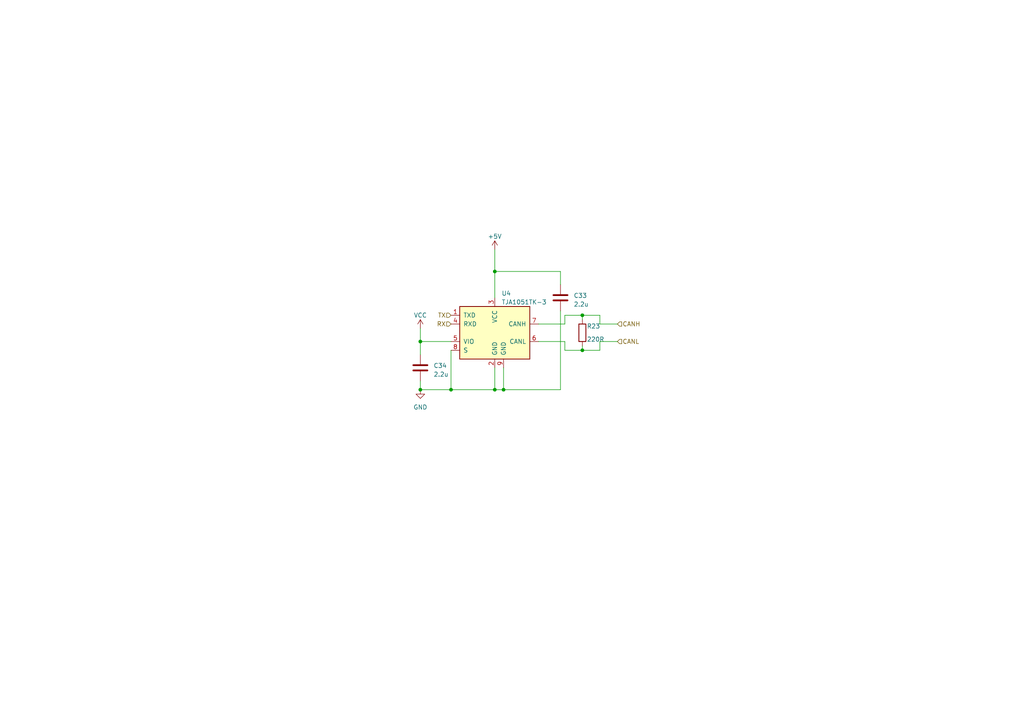
<source format=kicad_sch>
(kicad_sch (version 20230121) (generator eeschema)
  (paper "A4")
  (lib_symbols
    (symbol "Device:C" (pin_numbers hide) (pin_names (offset 0.254))
      (property "Reference" "C" (at 0.635 2.54 0))
      (property "Value" "C" (at 0.635 -2.54 0))
      (symbol "C_0_1"
        (polyline (pts (xy -2.032 -0.762) (xy 2.032 -0.762)) (stroke (width 0.508)))
        (polyline (pts (xy -2.032 0.762) (xy 2.032 0.762)) (stroke (width 0.508)))
      )
      (symbol "C_1_1"
        (pin passive line (at 0 3.81 270) (length 2.794) (name "~") (number "1"))
        (pin passive line (at 0 -3.81 90) (length 2.794) (name "~") (number "2"))
      )
    )
    (symbol "Device:R" (pin_numbers hide) (pin_names (offset 0))
      (property "Reference" "R" (at 2.032 0 90))
      (property "Value" "R" (at 0 0 90))
      (symbol "R_0_1"
        (rectangle (start -1.016 -2.54) (end 1.016 2.54) (stroke (width 0.254)))
      )
      (symbol "R_1_1"
        (pin passive line (at 0 3.81 270) (length 1.27) (name "~") (number "1"))
        (pin passive line (at 0 -3.81 90) (length 1.27) (name "~") (number "2"))
      )
    )
    (symbol "Interface_CAN_LIN:TJA1051TK-3" (pin_names (offset 1.016))
      (property "Reference" "U" (at -10.16 8.89 0))
      (property "Value" "TJA1051TK-3" (at 1.27 8.89 0))
      (symbol "TJA1051TK-3_0_1"
        (rectangle (start -10.16 7.62) (end 10.16 -7.62) (stroke (width 0.254)) (fill (type background)))
      )
      (symbol "TJA1051TK-3_1_1"
        (pin input line (at -12.7 5.08 0) (length 2.54) (name "TXD") (number "1"))
        (pin power_in line (at 0 -10.16 90) (length 2.54) (name "GND") (number "2"))
        (pin power_in line (at 0 10.16 270) (length 2.54) (name "VCC") (number "3"))
        (pin output line (at -12.7 2.54 0) (length 2.54) (name "RXD") (number "4"))
        (pin power_in line (at -12.7 -2.54 0) (length 2.54) (name "VIO") (number "5"))
        (pin bidirectional line (at 12.7 -2.54 180) (length 2.54) (name "CANL") (number "6"))
        (pin bidirectional line (at 12.7 2.54 180) (length 2.54) (name "CANH") (number "7"))
        (pin input line (at -12.7 -5.08 0) (length 2.54) (name "S") (number "8"))
        (pin power_in line (at 2.54 -10.16 90) (length 2.54) (name "GND") (number "9"))
      )
    )
    (symbol "power:+5V" (power) (pin_names (offset 0))
      (property "Value" "+5V" (at 0 3.556 0))
      (symbol "+5V_0_1"
        (polyline (pts (xy -0.762 1.27) (xy 0 2.54)))
        (polyline (pts (xy 0 0) (xy 0 2.54)))
        (polyline (pts (xy 0 2.54) (xy 0.762 1.27)))
      )
      (symbol "+5V_1_1"
        (pin power_in line (at 0 0 90) (length 0) hide (name "+5V") (number "1"))
      )
    )
    (symbol "power:GND" (power) (pin_names (offset 0))
      (property "Value" "GND" (at 0 -3.81 0))
      (symbol "GND_0_1"
        (polyline (pts (xy 0 0) (xy 0 -1.27) (xy 1.27 -1.27) (xy 0 -2.54) (xy -1.27 -1.27) (xy 0 -1.27)))
      )
      (symbol "GND_1_1"
        (pin power_in line (at 0 0 270) (length 0) hide (name "GND") (number "1"))
      )
    )
    (symbol "power:VCC" (power) (pin_names (offset 0))
      (property "Value" "VCC" (at 0 3.81 0))
      (symbol "VCC_0_1"
        (polyline (pts (xy -0.762 1.27) (xy 0 2.54)))
        (polyline (pts (xy 0 0) (xy 0 2.54)))
        (polyline (pts (xy 0 2.54) (xy 0.762 1.27)))
      )
      (symbol "VCC_1_1"
        (pin power_in line (at 0 0 90) (length 0) hide (name "VCC") (number "1"))
      )
    )
  )
  (junction (at 168.91 101.6))
  (junction (at 143.51 78.74))
  (junction (at 146.05 113.03))
  (junction (at 121.92 99.06))
  (junction (at 130.81 113.03))
  (junction (at 121.92 113.03))
  (junction (at 168.91 91.44))
  (junction (at 143.51 113.03))
  (wire (pts (xy 121.92 99.06) (xy 130.81 99.06)))
  (wire (pts (xy 168.91 91.44) (xy 173.99 91.44)))
  (wire (pts (xy 156.21 99.06) (xy 163.83 99.06)))
  (wire (pts (xy 163.83 93.98) (xy 163.83 91.44)))
  (wire (pts (xy 143.51 106.68) (xy 143.51 113.03)))
  (wire (pts (xy 168.91 91.44) (xy 168.91 92.71)))
  (wire (pts (xy 162.56 78.74) (xy 162.56 82.55)))
  (wire (pts (xy 162.56 113.03) (xy 146.05 113.03)))
  (wire (pts (xy 163.83 99.06) (xy 163.83 101.6)))
  (wire (pts (xy 163.83 91.44) (xy 168.91 91.44)))
  (wire (pts (xy 173.99 101.6) (xy 173.99 99.06)))
  (wire (pts (xy 121.92 102.87) (xy 121.92 99.06)))
  (wire (pts (xy 143.51 113.03) (xy 130.81 113.03)))
  (wire (pts (xy 121.92 113.03) (xy 130.81 113.03)))
  (wire (pts (xy 168.91 101.6) (xy 173.99 101.6)))
  (wire (pts (xy 121.92 95.25) (xy 121.92 99.06)))
  (wire (pts (xy 121.92 110.49) (xy 121.92 113.03)))
  (wire (pts (xy 173.99 99.06) (xy 179.07 99.06)))
  (wire (pts (xy 143.51 78.74) (xy 143.51 86.36)))
  (wire (pts (xy 168.91 101.6) (xy 168.91 100.33)))
  (wire (pts (xy 143.51 72.39) (xy 143.51 78.74)))
  (wire (pts (xy 163.83 101.6) (xy 168.91 101.6)))
  (wire (pts (xy 173.99 93.98) (xy 179.07 93.98)))
  (wire (pts (xy 173.99 91.44) (xy 173.99 93.98)))
  (wire (pts (xy 146.05 113.03) (xy 143.51 113.03)))
  (wire (pts (xy 130.81 101.6) (xy 130.81 113.03)))
  (wire (pts (xy 146.05 106.68) (xy 146.05 113.03)))
  (wire (pts (xy 143.51 78.74) (xy 162.56 78.74)))
  (wire (pts (xy 162.56 90.17) (xy 162.56 113.03)))
  (wire (pts (xy 156.21 93.98) (xy 163.83 93.98)))
  (hierarchical_label "CANH" (shape input) (at 179.07 93.98 0))
  (hierarchical_label "TX" (shape input) (at 130.81 91.44 180))
  (hierarchical_label "CANL" (shape input) (at 179.07 99.06 0))
  (hierarchical_label "RX" (shape input) (at 130.81 93.98 180))
  (symbol (lib_id "power:GND") (at 121.92 113.03 0) (unit 1)
    (property "Reference" "#PWR015" (effects hide))
    (property "Value" "GND" (at 121.92 118.11 0))
  )
  (symbol (lib_id "power:VCC") (at 121.92 95.25 0) (unit 1)
    (property "Reference" "#PWR014" (effects hide))
    (property "Value" "VCC" (at 121.92 91.44 0))
  )
  (symbol (lib_id "power:+5V") (at 143.51 72.39 0) (unit 1)
    (property "Reference" "#PWR016" (effects hide))
    (property "Value" "+5V" (at 143.51 68.58 0))
  )
  (symbol (lib_id "Device:R") (at 168.91 96.52 0) (unit 1)
    (property "Reference" "R23" (at 170.18 94.615 0) (effects (justify left)))
    (property "Value" "220R" (at 170.18 98.425 0) (effects (justify left)))
    (property "Footprint" "Root_:RESC3216X75N" (effects hide))
    (property "Datasheet" "RMCF1206FT220R" (effects hide))
  )
  (symbol (lib_id "Device:C") (at 121.92 106.68 0) (unit 1)
    (property "Reference" "C34" (at 125.73 106.045 0) (effects (justify left)))
    (property "Value" "2.2u" (at 125.73 108.585 0) (effects (justify left)))
    (property "Footprint" "DRV8301_:CAPC1608X90N" (effects hide))
  )
  (symbol (lib_id "Interface_CAN_LIN:TJA1051TK-3") (at 143.51 96.52 0) (unit 1)
    (property "Reference" "U4" (at 145.4659 85.09 0) (effects (justify left)))
    (property "Value" "TJA1051TK-3" (at 145.4659 87.63 0) (effects (justify left)))
    (property "Footprint" "Package_DFN_QFN:DFN-8-1EP_3x3mm_P0.65mm_EP1.55x2.4mm" (effects hide))
    (property "Datasheet" "http://www.nxp.com/documents/data_sheet/TJA1051.pdf" (effects hide))
  )
  (symbol (lib_id "Device:C") (at 162.56 86.36 0) (unit 1)
    (property "Reference" "C33" (at 166.37 85.725 0) (effects (justify left)))
    (property "Value" "2.2u" (at 166.37 88.265 0) (effects (justify left)))
    (property "Footprint" "DRV8301_:CAPC1608X90N" (effects hide))
  )
)
</source>
